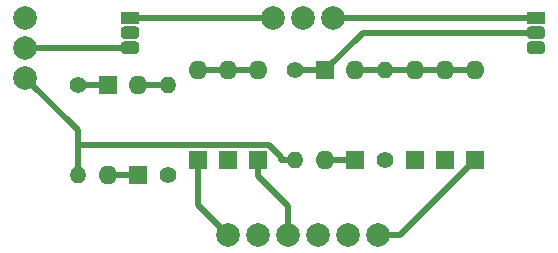
<source format=gbr>
G04 #@! TF.GenerationSoftware,KiCad,Pcbnew,(5.0.0)*
G04 #@! TF.CreationDate,2019-03-30T16:49:40+00:00*
G04 #@! TF.ProjectId,LS02,4C5330322E6B696361645F7063620000,rev?*
G04 #@! TF.SameCoordinates,Original*
G04 #@! TF.FileFunction,Copper,L1,Top,Signal*
G04 #@! TF.FilePolarity,Positive*
%FSLAX46Y46*%
G04 Gerber Fmt 4.6, Leading zero omitted, Abs format (unit mm)*
G04 Created by KiCad (PCBNEW (5.0.0)) date 03/30/19 16:49:40*
%MOMM*%
%LPD*%
G01*
G04 APERTURE LIST*
G04 #@! TA.AperFunction,ComponentPad*
%ADD10C,2.000000*%
G04 #@! TD*
G04 #@! TA.AperFunction,ComponentPad*
%ADD11R,1.600000X1.600000*%
G04 #@! TD*
G04 #@! TA.AperFunction,ComponentPad*
%ADD12O,1.600000X1.600000*%
G04 #@! TD*
G04 #@! TA.AperFunction,ComponentPad*
%ADD13C,1.400000*%
G04 #@! TD*
G04 #@! TA.AperFunction,ComponentPad*
%ADD14O,1.400000X1.400000*%
G04 #@! TD*
G04 #@! TA.AperFunction,ComponentPad*
%ADD15R,1.500000X1.050000*%
G04 #@! TD*
G04 #@! TA.AperFunction,Conductor*
%ADD16C,0.100000*%
G04 #@! TD*
G04 #@! TA.AperFunction,ComponentPad*
%ADD17C,1.050000*%
G04 #@! TD*
G04 #@! TA.AperFunction,Conductor*
%ADD18C,0.500000*%
G04 #@! TD*
G04 APERTURE END LIST*
D10*
G04 #@! TO.P,J1,13*
G04 #@! TO.N,13*
X123190000Y-40005000D03*
G04 #@! TO.P,J1,12*
G04 #@! TO.N,N/C*
X120650000Y-40005000D03*
G04 #@! TO.P,J1,11*
G04 #@! TO.N,11*
X118110000Y-40005000D03*
G04 #@! TO.P,J1,6*
G04 #@! TO.N,6*
X127000000Y-58420000D03*
G04 #@! TO.P,J1,5*
G04 #@! TO.N,5*
X124460000Y-58420000D03*
G04 #@! TO.P,J1,4*
G04 #@! TO.N,4*
X121920000Y-58420000D03*
G04 #@! TO.P,J1,3*
G04 #@! TO.N,3*
X119380000Y-58420000D03*
G04 #@! TO.P,J1,2*
G04 #@! TO.N,2*
X116840000Y-58420000D03*
G04 #@! TO.P,J1,1*
G04 #@! TO.N,1*
X114300000Y-58420000D03*
G04 #@! TO.P,J1,23*
G04 #@! TO.N,-6v*
X97155000Y-45085000D03*
G04 #@! TO.P,J1,22*
G04 #@! TO.N,0v*
X97155000Y-42545000D03*
G04 #@! TO.P,J1,21*
G04 #@! TO.N,+6v*
X97155000Y-40005000D03*
G04 #@! TD*
D11*
G04 #@! TO.P,D1,1*
G04 #@! TO.N,1*
X111760000Y-52070000D03*
D12*
G04 #@! TO.P,D1,2*
G04 #@! TO.N,Net-(D1-Pad2)*
X111760000Y-44450000D03*
G04 #@! TD*
D11*
G04 #@! TO.P,D2,1*
G04 #@! TO.N,2*
X114300000Y-52070000D03*
D12*
G04 #@! TO.P,D2,2*
G04 #@! TO.N,Net-(D1-Pad2)*
X114300000Y-44450000D03*
G04 #@! TD*
D11*
G04 #@! TO.P,D3,1*
G04 #@! TO.N,3*
X116840000Y-52070000D03*
D12*
G04 #@! TO.P,D3,2*
G04 #@! TO.N,Net-(D1-Pad2)*
X116840000Y-44450000D03*
G04 #@! TD*
D11*
G04 #@! TO.P,D4,1*
G04 #@! TO.N,4*
X130175000Y-52070000D03*
D12*
G04 #@! TO.P,D4,2*
G04 #@! TO.N,Net-(D4-Pad2)*
X130175000Y-44450000D03*
G04 #@! TD*
D11*
G04 #@! TO.P,D5,1*
G04 #@! TO.N,5*
X132715000Y-52070000D03*
D12*
G04 #@! TO.P,D5,2*
G04 #@! TO.N,Net-(D4-Pad2)*
X132715000Y-44450000D03*
G04 #@! TD*
D11*
G04 #@! TO.P,D6,1*
G04 #@! TO.N,6*
X135255000Y-52070000D03*
D12*
G04 #@! TO.P,D6,2*
G04 #@! TO.N,Net-(D4-Pad2)*
X135255000Y-44450000D03*
G04 #@! TD*
D11*
G04 #@! TO.P,D7,1*
G04 #@! TO.N,Net-(D7-Pad1)*
X106680000Y-53340000D03*
D12*
G04 #@! TO.P,D7,2*
G04 #@! TO.N,Net-(D1-Pad2)*
X106680000Y-45720000D03*
G04 #@! TD*
D11*
G04 #@! TO.P,D8,1*
G04 #@! TO.N,Net-(D8-Pad1)*
X104140000Y-45720000D03*
D12*
G04 #@! TO.P,D8,2*
G04 #@! TO.N,Net-(D7-Pad1)*
X104140000Y-53340000D03*
G04 #@! TD*
D11*
G04 #@! TO.P,D9,1*
G04 #@! TO.N,Net-(D10-Pad2)*
X125095000Y-52070000D03*
D12*
G04 #@! TO.P,D9,2*
G04 #@! TO.N,Net-(D4-Pad2)*
X125095000Y-44450000D03*
G04 #@! TD*
D11*
G04 #@! TO.P,D10,1*
G04 #@! TO.N,Net-(D10-Pad1)*
X122555000Y-44450000D03*
D12*
G04 #@! TO.P,D10,2*
G04 #@! TO.N,Net-(D10-Pad2)*
X122555000Y-52070000D03*
G04 #@! TD*
D13*
G04 #@! TO.P,R1,1*
G04 #@! TO.N,Net-(D8-Pad1)*
X101600000Y-45720000D03*
D14*
G04 #@! TO.P,R1,2*
G04 #@! TO.N,-6v*
X101600000Y-53340000D03*
G04 #@! TD*
D13*
G04 #@! TO.P,R2,1*
G04 #@! TO.N,+6v*
X109220000Y-53340000D03*
D14*
G04 #@! TO.P,R2,2*
G04 #@! TO.N,Net-(D1-Pad2)*
X109220000Y-45720000D03*
G04 #@! TD*
D13*
G04 #@! TO.P,R3,1*
G04 #@! TO.N,Net-(D10-Pad1)*
X120015000Y-44450000D03*
D14*
G04 #@! TO.P,R3,2*
G04 #@! TO.N,-6v*
X120015000Y-52070000D03*
G04 #@! TD*
D13*
G04 #@! TO.P,R4,1*
G04 #@! TO.N,+6v*
X127635000Y-52070000D03*
D14*
G04 #@! TO.P,R4,2*
G04 #@! TO.N,Net-(D4-Pad2)*
X127635000Y-44450000D03*
G04 #@! TD*
D15*
G04 #@! TO.P,VT1,3*
G04 #@! TO.N,11*
X106045000Y-40005000D03*
D16*
G04 #@! TD*
G04 #@! TO.N,0v*
G04 #@! TO.C,VT1*
G36*
X106558229Y-42021264D02*
X106583711Y-42025044D01*
X106608700Y-42031303D01*
X106632954Y-42039982D01*
X106656242Y-42050996D01*
X106678337Y-42064239D01*
X106699028Y-42079585D01*
X106718116Y-42096884D01*
X106735415Y-42115972D01*
X106750761Y-42136663D01*
X106764004Y-42158758D01*
X106775018Y-42182046D01*
X106783697Y-42206300D01*
X106789956Y-42231289D01*
X106793736Y-42256771D01*
X106795000Y-42282500D01*
X106795000Y-42807500D01*
X106793736Y-42833229D01*
X106789956Y-42858711D01*
X106783697Y-42883700D01*
X106775018Y-42907954D01*
X106764004Y-42931242D01*
X106750761Y-42953337D01*
X106735415Y-42974028D01*
X106718116Y-42993116D01*
X106699028Y-43010415D01*
X106678337Y-43025761D01*
X106656242Y-43039004D01*
X106632954Y-43050018D01*
X106608700Y-43058697D01*
X106583711Y-43064956D01*
X106558229Y-43068736D01*
X106532500Y-43070000D01*
X105557500Y-43070000D01*
X105531771Y-43068736D01*
X105506289Y-43064956D01*
X105481300Y-43058697D01*
X105457046Y-43050018D01*
X105433758Y-43039004D01*
X105411663Y-43025761D01*
X105390972Y-43010415D01*
X105371884Y-42993116D01*
X105354585Y-42974028D01*
X105339239Y-42953337D01*
X105325996Y-42931242D01*
X105314982Y-42907954D01*
X105306303Y-42883700D01*
X105300044Y-42858711D01*
X105296264Y-42833229D01*
X105295000Y-42807500D01*
X105295000Y-42282500D01*
X105296264Y-42256771D01*
X105300044Y-42231289D01*
X105306303Y-42206300D01*
X105314982Y-42182046D01*
X105325996Y-42158758D01*
X105339239Y-42136663D01*
X105354585Y-42115972D01*
X105371884Y-42096884D01*
X105390972Y-42079585D01*
X105411663Y-42064239D01*
X105433758Y-42050996D01*
X105457046Y-42039982D01*
X105481300Y-42031303D01*
X105506289Y-42025044D01*
X105531771Y-42021264D01*
X105557500Y-42020000D01*
X106532500Y-42020000D01*
X106558229Y-42021264D01*
X106558229Y-42021264D01*
G37*
D17*
G04 #@! TO.P,VT1,1*
G04 #@! TO.N,0v*
X106045000Y-42545000D03*
D16*
G04 #@! TD*
G04 #@! TO.N,Net-(D8-Pad1)*
G04 #@! TO.C,VT1*
G36*
X106558229Y-40751264D02*
X106583711Y-40755044D01*
X106608700Y-40761303D01*
X106632954Y-40769982D01*
X106656242Y-40780996D01*
X106678337Y-40794239D01*
X106699028Y-40809585D01*
X106718116Y-40826884D01*
X106735415Y-40845972D01*
X106750761Y-40866663D01*
X106764004Y-40888758D01*
X106775018Y-40912046D01*
X106783697Y-40936300D01*
X106789956Y-40961289D01*
X106793736Y-40986771D01*
X106795000Y-41012500D01*
X106795000Y-41537500D01*
X106793736Y-41563229D01*
X106789956Y-41588711D01*
X106783697Y-41613700D01*
X106775018Y-41637954D01*
X106764004Y-41661242D01*
X106750761Y-41683337D01*
X106735415Y-41704028D01*
X106718116Y-41723116D01*
X106699028Y-41740415D01*
X106678337Y-41755761D01*
X106656242Y-41769004D01*
X106632954Y-41780018D01*
X106608700Y-41788697D01*
X106583711Y-41794956D01*
X106558229Y-41798736D01*
X106532500Y-41800000D01*
X105557500Y-41800000D01*
X105531771Y-41798736D01*
X105506289Y-41794956D01*
X105481300Y-41788697D01*
X105457046Y-41780018D01*
X105433758Y-41769004D01*
X105411663Y-41755761D01*
X105390972Y-41740415D01*
X105371884Y-41723116D01*
X105354585Y-41704028D01*
X105339239Y-41683337D01*
X105325996Y-41661242D01*
X105314982Y-41637954D01*
X105306303Y-41613700D01*
X105300044Y-41588711D01*
X105296264Y-41563229D01*
X105295000Y-41537500D01*
X105295000Y-41012500D01*
X105296264Y-40986771D01*
X105300044Y-40961289D01*
X105306303Y-40936300D01*
X105314982Y-40912046D01*
X105325996Y-40888758D01*
X105339239Y-40866663D01*
X105354585Y-40845972D01*
X105371884Y-40826884D01*
X105390972Y-40809585D01*
X105411663Y-40794239D01*
X105433758Y-40780996D01*
X105457046Y-40769982D01*
X105481300Y-40761303D01*
X105506289Y-40755044D01*
X105531771Y-40751264D01*
X105557500Y-40750000D01*
X106532500Y-40750000D01*
X106558229Y-40751264D01*
X106558229Y-40751264D01*
G37*
D17*
G04 #@! TO.P,VT1,2*
G04 #@! TO.N,Net-(D8-Pad1)*
X106045000Y-41275000D03*
G04 #@! TD*
D15*
G04 #@! TO.P,VT2,3*
G04 #@! TO.N,13*
X140398500Y-40005000D03*
D16*
G04 #@! TD*
G04 #@! TO.N,0v*
G04 #@! TO.C,VT2*
G36*
X140911729Y-42021264D02*
X140937211Y-42025044D01*
X140962200Y-42031303D01*
X140986454Y-42039982D01*
X141009742Y-42050996D01*
X141031837Y-42064239D01*
X141052528Y-42079585D01*
X141071616Y-42096884D01*
X141088915Y-42115972D01*
X141104261Y-42136663D01*
X141117504Y-42158758D01*
X141128518Y-42182046D01*
X141137197Y-42206300D01*
X141143456Y-42231289D01*
X141147236Y-42256771D01*
X141148500Y-42282500D01*
X141148500Y-42807500D01*
X141147236Y-42833229D01*
X141143456Y-42858711D01*
X141137197Y-42883700D01*
X141128518Y-42907954D01*
X141117504Y-42931242D01*
X141104261Y-42953337D01*
X141088915Y-42974028D01*
X141071616Y-42993116D01*
X141052528Y-43010415D01*
X141031837Y-43025761D01*
X141009742Y-43039004D01*
X140986454Y-43050018D01*
X140962200Y-43058697D01*
X140937211Y-43064956D01*
X140911729Y-43068736D01*
X140886000Y-43070000D01*
X139911000Y-43070000D01*
X139885271Y-43068736D01*
X139859789Y-43064956D01*
X139834800Y-43058697D01*
X139810546Y-43050018D01*
X139787258Y-43039004D01*
X139765163Y-43025761D01*
X139744472Y-43010415D01*
X139725384Y-42993116D01*
X139708085Y-42974028D01*
X139692739Y-42953337D01*
X139679496Y-42931242D01*
X139668482Y-42907954D01*
X139659803Y-42883700D01*
X139653544Y-42858711D01*
X139649764Y-42833229D01*
X139648500Y-42807500D01*
X139648500Y-42282500D01*
X139649764Y-42256771D01*
X139653544Y-42231289D01*
X139659803Y-42206300D01*
X139668482Y-42182046D01*
X139679496Y-42158758D01*
X139692739Y-42136663D01*
X139708085Y-42115972D01*
X139725384Y-42096884D01*
X139744472Y-42079585D01*
X139765163Y-42064239D01*
X139787258Y-42050996D01*
X139810546Y-42039982D01*
X139834800Y-42031303D01*
X139859789Y-42025044D01*
X139885271Y-42021264D01*
X139911000Y-42020000D01*
X140886000Y-42020000D01*
X140911729Y-42021264D01*
X140911729Y-42021264D01*
G37*
D17*
G04 #@! TO.P,VT2,1*
G04 #@! TO.N,0v*
X140398500Y-42545000D03*
D16*
G04 #@! TD*
G04 #@! TO.N,Net-(D10-Pad1)*
G04 #@! TO.C,VT2*
G36*
X140911729Y-40751264D02*
X140937211Y-40755044D01*
X140962200Y-40761303D01*
X140986454Y-40769982D01*
X141009742Y-40780996D01*
X141031837Y-40794239D01*
X141052528Y-40809585D01*
X141071616Y-40826884D01*
X141088915Y-40845972D01*
X141104261Y-40866663D01*
X141117504Y-40888758D01*
X141128518Y-40912046D01*
X141137197Y-40936300D01*
X141143456Y-40961289D01*
X141147236Y-40986771D01*
X141148500Y-41012500D01*
X141148500Y-41537500D01*
X141147236Y-41563229D01*
X141143456Y-41588711D01*
X141137197Y-41613700D01*
X141128518Y-41637954D01*
X141117504Y-41661242D01*
X141104261Y-41683337D01*
X141088915Y-41704028D01*
X141071616Y-41723116D01*
X141052528Y-41740415D01*
X141031837Y-41755761D01*
X141009742Y-41769004D01*
X140986454Y-41780018D01*
X140962200Y-41788697D01*
X140937211Y-41794956D01*
X140911729Y-41798736D01*
X140886000Y-41800000D01*
X139911000Y-41800000D01*
X139885271Y-41798736D01*
X139859789Y-41794956D01*
X139834800Y-41788697D01*
X139810546Y-41780018D01*
X139787258Y-41769004D01*
X139765163Y-41755761D01*
X139744472Y-41740415D01*
X139725384Y-41723116D01*
X139708085Y-41704028D01*
X139692739Y-41683337D01*
X139679496Y-41661242D01*
X139668482Y-41637954D01*
X139659803Y-41613700D01*
X139653544Y-41588711D01*
X139649764Y-41563229D01*
X139648500Y-41537500D01*
X139648500Y-41012500D01*
X139649764Y-40986771D01*
X139653544Y-40961289D01*
X139659803Y-40936300D01*
X139668482Y-40912046D01*
X139679496Y-40888758D01*
X139692739Y-40866663D01*
X139708085Y-40845972D01*
X139725384Y-40826884D01*
X139744472Y-40809585D01*
X139765163Y-40794239D01*
X139787258Y-40780996D01*
X139810546Y-40769982D01*
X139834800Y-40761303D01*
X139859789Y-40755044D01*
X139885271Y-40751264D01*
X139911000Y-40750000D01*
X140886000Y-40750000D01*
X140911729Y-40751264D01*
X140911729Y-40751264D01*
G37*
D17*
G04 #@! TO.P,VT2,2*
G04 #@! TO.N,Net-(D10-Pad1)*
X140398500Y-41275000D03*
G04 #@! TD*
D18*
G04 #@! TO.N,Net-(D1-Pad2)*
X114300000Y-44450000D02*
X111760000Y-44450000D01*
X116840000Y-44450000D02*
X114300000Y-44450000D01*
X109220000Y-45720000D02*
X106680000Y-45720000D01*
G04 #@! TO.N,1*
X111760000Y-52070000D02*
X111760000Y-55880000D01*
X111760000Y-55880000D02*
X114300000Y-58420000D01*
G04 #@! TO.N,3*
X116840000Y-52070000D02*
X116840000Y-53370000D01*
X116840000Y-53370000D02*
X119380000Y-55910000D01*
X119380000Y-55910000D02*
X119380000Y-58420000D01*
G04 #@! TO.N,Net-(D7-Pad1)*
X104140000Y-53340000D02*
X106680000Y-53340000D01*
G04 #@! TO.N,Net-(D8-Pad1)*
X101600000Y-45720000D02*
X104140000Y-45720000D01*
G04 #@! TO.N,Net-(D10-Pad2)*
X122555000Y-52070000D02*
X125095000Y-52070000D01*
G04 #@! TO.N,Net-(D10-Pad1)*
X120015000Y-44450000D02*
X122555000Y-44450000D01*
X140335000Y-41275000D02*
X125730000Y-41275000D01*
X125730000Y-41275000D02*
X122555000Y-44450000D01*
G04 #@! TO.N,13*
X140335000Y-40005000D02*
X123190000Y-40005000D01*
G04 #@! TO.N,11*
X106045000Y-40005000D02*
X118110000Y-40005000D01*
G04 #@! TO.N,0v*
X106045000Y-42545000D02*
X97155000Y-42545000D01*
G04 #@! TO.N,-6v*
X101600000Y-50781700D02*
X101600000Y-49530000D01*
X101600000Y-49530000D02*
X97155000Y-45085000D01*
X101600000Y-53340000D02*
X101600000Y-50781700D01*
X118815000Y-52070000D02*
X118815000Y-51770000D01*
X118815000Y-51770000D02*
X117826700Y-50781700D01*
X117826700Y-50781700D02*
X101600000Y-50781700D01*
X120015000Y-52070000D02*
X118815000Y-52070000D01*
G04 #@! TO.N,Net-(D4-Pad2)*
X132715000Y-44450000D02*
X130175000Y-44450000D01*
X135255000Y-44450000D02*
X132715000Y-44450000D01*
X127635000Y-44450000D02*
X130175000Y-44450000D01*
X125095000Y-44450000D02*
X127635000Y-44450000D01*
G04 #@! TO.N,6*
X135255000Y-52070000D02*
X128905000Y-58420000D01*
X128905000Y-58420000D02*
X127000000Y-58420000D01*
G04 #@! TD*
M02*

</source>
